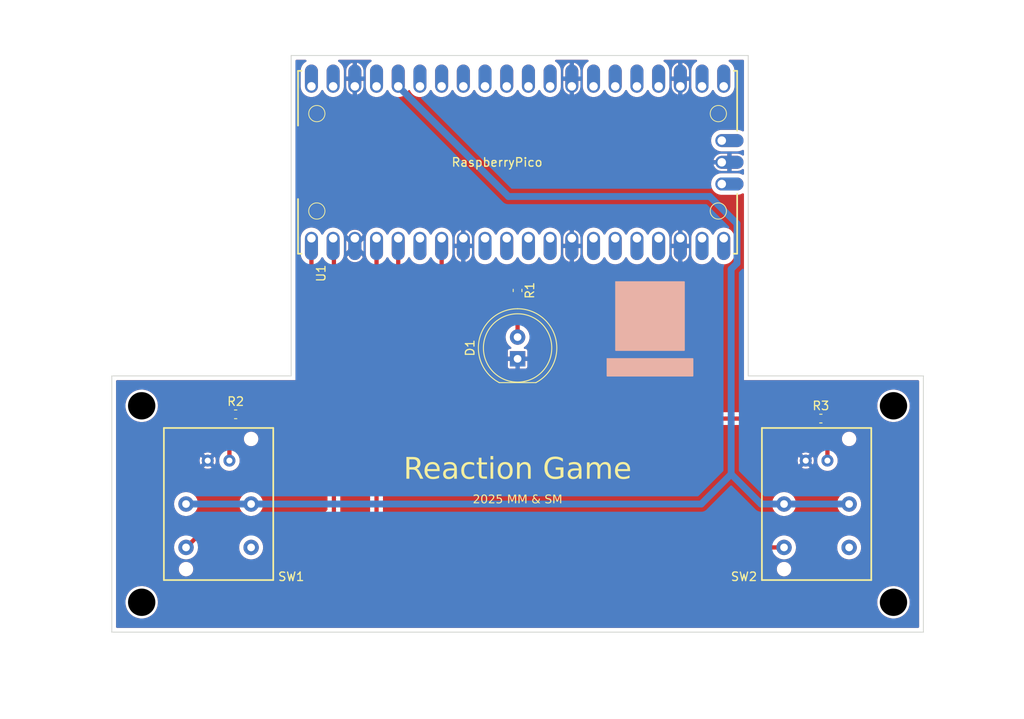
<source format=kicad_pcb>
(kicad_pcb (version 20221018) (generator pcbnew)
  (title_block (title "Reaction Game") (date "2025-01-05") (rev "v1") (company "Matej Mician, Sebastian Mician"))
  (layers (0 "F.Cu" signal) (31 "B.Cu" signal) (34 "B.Paste" user) (35 "F.Paste" user) (36 "B.SilkS" user "B.Silkscreen") (37 "F.SilkS" user "F.Silkscreen") (38 "B.Mask" user) (39 "F.Mask" user) (44 "Edge.Cuts" user))
  (net 0 "")
  (net 1 "GND")
  (net 2 "Net-(D1-A)")
  (net 3 "/Game_LED")
  (net 4 "/LED_1")
  (net 5 "Net-(SW1-A)")
  (net 6 "Net-(SW2-A)")
  (net 7 "/LED_2")
  (net 8 "+3V3")
  (net 10 "/Button_1")
  (net 12 "/Button_2")
  (footprint "MM_Various:SW_PUSH-SP86N-A1-5-01" (layer "F.Cu") (at 112.5 85)
    (fp_text reference "SW1" (at 8.5 8.5) (layer "F.SilkS"))
    (fp_text value "Player 1")
    (fp_line (start -6.4 -8.9) (end -6.4 8.9) (stroke (width 0.2)) (layer "F.SilkS"))
    (fp_line (start -6.4 -8.9) (end 6.4 -8.9) (stroke (width 0.2)) (layer "F.SilkS"))
    (fp_line (start -6.4 8.9) (end 6.4 8.9) (stroke (width 0.2)) (layer "F.SilkS"))
    (fp_line (start 6.4 8.9) (end 6.4 -8.9) (stroke (width 0.2)) (layer "F.SilkS"))
    (pad "" np_thru_hole circle locked (at -3.81 7.62) (size 1.1 1.1) (drill 1.1) (layers "F&B.Cu" "*.Mask"))
    (pad "" np_thru_hole circle locked (at 3.81 -7.62) (size 1.1 1.1) (drill 1.1) (layers "F&B.Cu" "*.Mask"))
    (pad "1" thru_hole circle locked (at -3.81 0) (size 1.8 1.8) (drill 0.9) (layers "*.Cu" "*.Mask") (net 8 "+3V3"))
    (pad "1" thru_hole circle locked (at 3.81 0) (size 1.8 1.8) (drill 0.9) (layers "*.Cu" "*.Mask") (net 8 "+3V3"))
    (pad "2" thru_hole circle locked (at 3.81 5.08) (size 1.8 1.8) (drill 0.9) (layers "*.Cu" "*.Mask"))
    (pad "3" thru_hole circle locked (at -3.81 5.08) (size 1.8 1.8) (drill 0.9) (layers "*.Cu" "*.Mask") (net 10 "/Button_1"))
    (pad "4" thru_hole circle locked (at -1.27 -5.08) (size 1.4 1.4) (drill 0.7) (layers "*.Cu" "*.Mask") (net 1 "GND"))
    (pad "5" thru_hole circle locked (at 1.27 -5.08) (size 1.4 1.4) (drill 0.7) (layers "*.Cu" "*.Mask") (net 5 "Net-(SW1-A)"))
  )
  (footprint "MM_Various:0603C-KICAD" (layer "F.Cu") (at 114.5 74.5 180)
    (fp_text reference "R2" (at 0 1.5) (layer "F.SilkS"))
    (fp_text value "330R")
    (fp_line (start -0.14058 -0.51) (end 0.14058 -0.51) (stroke (width 0.12)) (layer "F.SilkS"))
    (fp_line (start -0.14058 0.51) (end 0.14058 0.51) (stroke (width 0.12)) (layer "F.SilkS"))
    (pad "1" smd roundrect (at -0.775 0 180) (size 0.9 0.95) (layers "F.Cu" "F.Paste" "F.Mask") (net 4 "/LED_1"))
    (pad "2" smd roundrect (at 0.775 0 180) (size 0.9 0.95) (layers "F.Cu" "F.Paste" "F.Mask") (net 5 "Net-(SW1-A)"))
  )
  (footprint "MM_Various:MountingHole_3.2mm_M3_Pad_NPTH" (layer "F.Cu") (at 103.5 96.5)
    (fp_text reference "H3" hide)
    (fp_text value "MountingHole_NPTH")
    (pad "" np_thru_hole circle locked (at 0 0) (size 6.4 6.4) (drill 3.2) (layers "*.Mask"))
  )
  (footprint "MM_Various:0603C-KICAD" (layer "F.Cu") (at 183 75 180)
    (fp_text reference "R3" (at 0 1.5) (layer "F.SilkS"))
    (fp_text value "330R")
    (fp_line (start -0.14058 -0.51) (end 0.14058 -0.51) (stroke (width 0.12)) (layer "F.SilkS"))
    (fp_line (start -0.14058 0.51) (end 0.14058 0.51) (stroke (width 0.12)) (layer "F.SilkS"))
    (pad "1" smd roundrect (at -0.775 0 180) (size 0.9 0.95) (layers "F.Cu" "F.Paste" "F.Mask") (net 6 "Net-(SW2-A)"))
    (pad "2" smd roundrect (at 0.775 0 180) (size 0.9 0.95) (layers "F.Cu" "F.Paste" "F.Mask") (net 7 "/LED_2"))
  )
  (footprint "MM_Various:Raspberry_Pi_Pico_Rev3-THT_Offset" (layer "F.Cu") (at 147.5 45 90)
    (fp_text reference "U1" (at -13 -23 90) (layer "F.SilkS"))
    (fp_text value "RaspberryPico" (at 0 -2.4) (layer "F.SilkS"))
    (fp_line (start -10.7 -25.7) (end -10.7 -25.3) (stroke (width 0.2)) (layer "F.SilkS"))
    (fp_line (start -10.7 25.3) (end -10.7 25.7) (stroke (width 0.2)) (layer "F.SilkS"))
    (fp_line (start -10.7 25.7) (end -3.7 25.7) (stroke (width 0.2)) (layer "F.SilkS"))
    (fp_line (start -4.3 -25.7) (end -10.7 -25.7) (stroke (width 0.2)) (layer "F.SilkS"))
    (fp_line (start 3.7 25.7) (end 10.7 25.7) (stroke (width 0.2)) (layer "F.SilkS"))
    (fp_line (start 4.3 -25.7) (end 10.7 -25.7) (stroke (width 0.2)) (layer "F.SilkS"))
    (fp_line (start 10.7 -25.7) (end 10.7 -25.3) (stroke (width 0.2)) (layer "F.SilkS"))
    (fp_line (start 10.7 25.7) (end 10.7 25.3) (stroke (width 0.2)) (layer "F.SilkS"))
    (fp_circle (center -5.7 -23.5) (end -4.75 -23.5) (stroke (width 0.1)) (fill none) (layer "F.SilkS"))
    (fp_circle (center -5.7 23.5) (end -4.75 23.5) (stroke (width 0.1)) (fill none) (layer "F.SilkS"))
    (fp_circle (center 5.7 -23.5) (end 6.65 -23.5) (stroke (width 0.1)) (fill none) (layer "F.SilkS"))
    (fp_circle (center 5.7 23.5) (end 6.65 23.5) (stroke (width 0.1)) (fill none) (layer "F.SilkS"))
    (pad "1" thru_hole oval (at -8.89 -24.13 90) (size 3.3 1.524) (drill 1 (offset -0.9 0)) (layers "*.Cu" "*.Mask") (net 4 "/LED_1"))
    (pad "2" thru_hole oval (at -8.89 -21.59 90) (size 3.3 1.524) (drill 1 (offset -0.9 0)) (layers "*.Cu" "*.Mask") (net 10 "/Button_1"))
    (pad "3" thru_hole oval (at -8.89 -19.05 90) (size 3.3 1.524) (drill 1 (offset -0.9 0)) (layers "*.Cu" "*.Mask") (net 1 "GND"))
    (pad "4" thru_hole oval (at -8.89 -16.51 90) (size 3.3 1.524) (drill 1 (offset -0.9 0)) (layers "*.Cu" "*.Mask") (net 12 "/Button_2"))
    (pad "5" thru_hole oval (at -8.89 -13.97 90) (size 3.3 1.524) (drill 1 (offset -0.9 0)) (layers "*.Cu" "*.Mask") (net 7 "/LED_2"))
    (pad "6" thru_hole oval (at -8.89 -11.43 90) (size 3.3 1.524) (drill 1 (offset -0.9 0)) (layers "*.Cu" "*.Mask"))
    (pad "7" thru_hole oval (at -8.89 -8.89 90) (size 3.3 1.524) (drill 1 (offset -0.9 0)) (layers "*.Cu" "*.Mask") (net 3 "/Game_LED"))
    (pad "8" thru_hole oval (at -8.89 -6.35 90) (size 3.3 1.524) (drill 1 (offset -0.9 0)) (layers "*.Cu" "*.Mask") (net 1 "GND"))
    (pad "9" thru_hole oval (at -8.89 -3.81 90) (size 3.3 1.524) (drill 1 (offset -0.9 0)) (layers "*.Cu" "*.Mask"))
    (pad "10" thru_hole oval (at -8.89 -1.27 90) (size 3.3 1.524) (drill 1 (offset -0.9 0)) (layers "*.Cu" "*.Mask"))
    (pad "11" thru_hole oval (at -8.89 1.27 90) (size 3.3 1.524) (drill 1 (offset -0.9 0)) (layers "*.Cu" "*.Mask"))
    (pad "12" thru_hole oval (at -8.89 3.81 90) (size 3.3 1.524) (drill 1 (offset -0.9 0)) (layers "*.Cu" "*.Mask"))
    (pad "13" thru_hole oval (at -8.89 6.35 90) (size 3.3 1.524) (drill 1 (offset -0.9 0)) (layers "*.Cu" "*.Mask") (net 1 "GND"))
    (pad "14" thru_hole oval (at -8.89 8.89 90) (size 3.3 1.524) (drill 1 (offset -0.9 0)) (layers "*.Cu" "*.Mask"))
    (pad "15" thru_hole oval (at -8.89 11.43 90) (size 3.3 1.524) (drill 1 (offset -0.9 0)) (layers "*.Cu" "*.Mask"))
    (pad "16" thru_hole oval (at -8.89 13.97 90) (size 3.3 1.524) (drill 1 (offset -0.9 0)) (layers "*.Cu" "*.Mask"))
    (pad "17" thru_hole oval (at -8.89 16.51 90) (size 3.3 1.524) (drill 1 (offset -0.9 0)) (layers "*.Cu" "*.Mask"))
    (pad "18" thru_hole oval (at -8.89 19.05 90) (size 3.3 1.524) (drill 1 (offset -0.9 0)) (layers "*.Cu" "*.Mask") (net 1 "GND"))
    (pad "19" thru_hole oval (at -8.89 21.59 90) (size 3.3 1.524) (drill 1 (offset -0.9 0)) (layers "*.Cu" "*.Mask"))
    (pad "20" thru_hole oval (at -8.89 24.13 90) (size 3.3 1.524) (drill 1 (offset -0.9 0)) (layers "*.Cu" "*.Mask"))
    (pad "21" thru_hole oval (at 8.89 24.13 90) (size 3.3 1.524) (drill 1 (offset 0.9 0)) (layers "*.Cu" "*.Mask"))
    (pad "22" thru_hole oval (at 8.89 21.59 90) (size 3.3 1.524) (drill 1 (offset 0.9 0)) (layers "*.Cu" "*.Mask"))
    (pad "23" thru_hole oval (at 8.89 19.05 90) (size 3.3 1.524) (drill 1 (offset 0.9 0)) (layers "*.Cu" "*.Mask") (net 1 "GND"))
    (pad "24" thru_hole oval (at 8.89 16.51 90) (size 3.3 1.524) (drill 1 (offset 0.9 0)) (layers "*.Cu" "*.Mask"))
    (pad "25" thru_hole oval (at 8.89 13.97 90) (size 3.3 1.524) (drill 1 (offset 0.9 0)) (layers "*.Cu" "*.Mask"))
    (pad "26" thru_hole oval (at 8.89 11.43 90) (size 3.3 1.524) (drill 1 (offset 0.9 0)) (layers "*.Cu" "*.Mask"))
    (pad "27" thru_hole oval (at 8.89 8.89 90) (size 3.3 1.524) (drill 1 (offset 0.9 0)) (layers "*.Cu" "*.Mask"))
    (pad "28" thru_hole oval (at 8.89 6.35 90) (size 3.3 1.524) (drill 1 (offset 0.9 0)) (layers "*.Cu" "*.Mask") (net 1 "GND"))
    (pad "29" thru_hole oval (at 8.89 3.81 90) (size 3.3 1.524) (drill 1 (offset 0.9 0)) (layers "*.Cu" "*.Mask"))
    (pad "30" thru_hole oval (at 8.89 1.27 90) (size 3.3 1.524) (drill 1 (offset 0.9 0)) (layers "*.Cu" "*.Mask"))
    (pad "31" thru_hole oval (at 8.89 -1.27 90) (size 3.3 1.524) (drill 1 (offset 0.9 0)) (layers "*.Cu" "*.Mask"))
    (pad "32" thru_hole oval (at 8.89 -3.81 90) (size 3.3 1.524) (drill 1 (offset 0.9 0)) (layers "*.Cu" "*.Mask"))
    (pad "33" thru_hole oval (at 8.89 -6.35 90) (size 3.3 1.524) (drill 1 (offset 0.9 0)) (layers "*.Cu" "*.Mask"))
    (pad "34" thru_hole oval (at 8.89 -8.89 90) (size 3.3 1.524) (drill 1 (offset 0.9 0)) (layers "*.Cu" "*.Mask"))
    (pad "35" thru_hole oval (at 8.89 -11.43 90) (size 3.3 1.524) (drill 1 (offset 0.9 0)) (layers "*.Cu" "*.Mask"))
    (pad "36" thru_hole oval (at 8.89 -13.97 90) (size 3.3 1.524) (drill 1 (offset 0.9 0)) (layers "*.Cu" "*.Mask") (net 8 "+3V3"))
    (pad "37" thru_hole oval (at 8.89 -16.51 90) (size 3.3 1.524) (drill 1 (offset 0.9 0)) (layers "*.Cu" "*.Mask"))
    (pad "38" thru_hole oval (at 8.89 -19.05 90) (size 3.3 1.524) (drill 1 (offset 0.9 0)) (layers "*.Cu" "*.Mask") (net 1 "GND"))
    (pad "39" thru_hole oval (at 8.89 -21.59 90) (size 3.3 1.524) (drill 1 (offset 0.9 0)) (layers "*.Cu" "*.Mask"))
    (pad "40" thru_hole oval (at 8.89 -24.13 90) (size 3.3 1.524) (drill 1 (offset 0.9 0)) (layers "*.Cu" "*.Mask"))
    (pad "41" thru_hole oval (at -2.54 23.9) (size 3.3 1.524) (drill 1 (offset 0.9 0)) (layers "*.Cu" "*.Mask"))
    (pad "42" thru_hole oval (at 0 23.9) (size 3.3 1.524) (drill 1 (offset 0.9 0)) (layers "*.Cu" "*.Mask") (net 1 "GND"))
    (pad "43" thru_hole oval (at 2.54 23.9) (size 3.3 1.524) (drill 1 (offset 0.9 0)) (layers "*.Cu" "*.Mask"))
  )
  (footprint "MM_Various:0603C-KICAD" (layer "F.Cu") (at 147.5 60 -90)
    (fp_text reference "R1" (at 0 -1.43 90) (layer "F.SilkS"))
    (fp_text value "330R")
    (fp_line (start -0.14058 -0.51) (end 0.14058 -0.51) (stroke (width 0.12)) (layer "F.SilkS"))
    (fp_line (start -0.14058 0.51) (end 0.14058 0.51) (stroke (width 0.12)) (layer "F.SilkS"))
    (pad "1" smd roundrect (at -0.775 0 270) (size 0.9 0.95) (layers "F.Cu" "F.Paste" "F.Mask") (net 3 "/Game_LED"))
    (pad "2" smd roundrect (at 0.775 0 270) (size 0.9 0.95) (layers "F.Cu" "F.Paste" "F.Mask") (net 2 "Net-(D1-A)"))
  )
  (footprint "MM_Various:MountingHole_3.2mm_M3_Pad_NPTH" (layer "F.Cu") (at 103.5 73.5)
    (fp_text reference "H1" hide)
    (fp_text value "MountingHole_NPTH")
    (pad "" np_thru_hole circle locked (at 0 0) (size 6.4 6.4) (drill 3.2) (layers "*.Mask"))
  )
  (footprint "MM_Various:MountingHole_3.2mm_M3_Pad_NPTH" (layer "F.Cu") (at 191.5 96.5)
    (fp_text reference "H4" hide)
    (fp_text value "MountingHole_NPTH")
    (pad "" np_thru_hole circle locked (at 0 0) (size 6.4 6.4) (drill 3.2) (layers "*.Mask"))
  )
  (footprint "MM_Various:SW_PUSH-SP86N-A1-5-01" (layer "F.Cu") (at 182.5 85)
    (fp_text reference "SW2" (at -8.5 8.5) (layer "F.SilkS"))
    (fp_text value "Player 2")
    (fp_line (start -6.4 -8.9) (end -6.4 8.9) (stroke (width 0.2)) (layer "F.SilkS"))
    (fp_line (start -6.4 -8.9) (end 6.4 -8.9) (stroke (width 0.2)) (layer "F.SilkS"))
    (fp_line (start -6.4 8.9) (end 6.4 8.9) (stroke (width 0.2)) (layer "F.SilkS"))
    (fp_line (start 6.4 8.9) (end 6.4 -8.9) (stroke (width 0.2)) (layer "F.SilkS"))
    (pad "" np_thru_hole circle locked (at -3.81 7.62) (size 1.1 1.1) (drill 1.1) (layers "F&B.Cu" "*.Mask"))
    (pad "" np_thru_hole circle locked (at 3.81 -7.62) (size 1.1 1.1) (drill 1.1) (layers "F&B.Cu" "*.Mask"))
    (pad "1" thru_hole circle locked (at -3.81 0) (size 1.8 1.8) (drill 0.9) (layers "*.Cu" "*.Mask") (net 8 "+3V3"))
    (pad "1" thru_hole circle locked (at 3.81 0) (size 1.8 1.8) (drill 0.9) (layers "*.Cu" "*.Mask") (net 8 "+3V3"))
    (pad "2" thru_hole circle locked (at 3.81 5.08) (size 1.8 1.8) (drill 0.9) (layers "*.Cu" "*.Mask"))
    (pad "3" thru_hole circle locked (at -3.81 5.08) (size 1.8 1.8) (drill 0.9) (layers "*.Cu" "*.Mask") (net 12 "/Button_2"))
    (pad "4" thru_hole circle locked (at -1.27 -5.08) (size 1.4 1.4) (drill 0.7) (layers "*.Cu" "*.Mask") (net 1 "GND"))
    (pad "5" thru_hole circle locked (at 1.27 -5.08) (size 1.4 1.4) (drill 0.7) (layers "*.Cu" "*.Mask") (net 6 "Net-(SW2-A)"))
  )
  (footprint "MM_Various:MountingHole_3.2mm_M3_Pad_NPTH" (layer "F.Cu") (at 191.5 73.5)
    (fp_text reference "H2" hide)
    (fp_text value "MountingHole_NPTH")
    (pad "" np_thru_hole circle locked (at 0 0) (size 6.4 6.4) (drill 3.2) (layers "*.Mask"))
  )
  (footprint "LED_THT:LED_D8.0mm" (layer "F.Cu") (at 147.5 68 90)
    (fp_text reference "D1" (at 1.27 -5.56 90) (layer "F.SilkS"))
    (fp_text value "Game_LED")
    (fp_line (start -2.79 -2.142) (end -2.79 2.142) (stroke (width 0.12)) (layer "F.SilkS"))
    (fp_arc (start -2.79 -2.141145) (mid 2.373119 -4.455472) (end 5.86 0.000486) (stroke (width 0.12)) (layer "F.SilkS"))
    (fp_arc (start 5.86 -0.000486) (mid 2.373119 4.455472) (end -2.79 2.141145) (stroke (width 0.12)) (layer "F.SilkS"))
    (fp_circle (center 1.27 0) (end 5.27 0) (stroke (width 0.12)) (fill none) (layer "F.SilkS"))
    (pad "1" thru_hole rect locked (at 0 0 90) (size 1.8 1.8) (drill 0.9) (layers "*.Cu" "*.Mask") (net 1 "GND"))
    (pad "2" thru_hole circle locked (at 2.54 0 90) (size 1.8 1.8) (drill 0.9) (layers "*.Cu" "*.Mask") (net 2 "Net-(D1-A)"))
  )
  (gr_rect (start 159 59) (end 167 67) (stroke (width 0.15)) (fill solid) (layer "B.SilkS"))
  (gr_rect (start 158 68) (end 168 70) (stroke (width 0.15)) (fill solid) (layer "B.SilkS"))
  (gr_line (start 100 100) (end 100 70) (stroke (width 0.1)) (layer "Edge.Cuts"))
  (gr_line (start 100 70) (end 121 70) (stroke (width 0.1)) (layer "Edge.Cuts"))
  (gr_line (start 195 100) (end 195 70) (stroke (width 0.1)) (layer "Edge.Cuts"))
  (gr_line (start 174.5 70) (end 174.5 32.5) (stroke (width 0.1)) (layer "Edge.Cuts"))
  (gr_line (start 174.5 32.5) (end 121 32.5) (stroke (width 0.1)) (layer "Edge.Cuts"))
  (gr_line (start 121 70) (end 121 32.5) (stroke (width 0.1)) (layer "Edge.Cuts"))
  (gr_line (start 100 100) (end 195 100) (stroke (width 0.1)) (layer "Edge.Cuts"))
  (gr_line (start 195 70) (end 174.5 70) (stroke (width 0.1)) (layer "Edge.Cuts"))
  (gr_text "Reaction Game" (at 147.5 81) (layer "F.SilkS") (effects (font (size 2.5 2.5))))
  (gr_text "2025 MM & SM" (at 147.5 84.5) (layer "F.SilkS") (effects (font (size 1 1))))
  (segment (start 147.5 60.775) (end 147.5 65.46) (width 0.5) (layer "F.Cu") (net 2))
  (segment (start 138.61 57.11) (end 140.7 59.2) (width 0.5) (layer "F.Cu") (net 3))
  (segment (start 147.475 59.2) (end 147.5 59.225) (width 0.5) (layer "F.Cu") (net 3))
  (segment (start 138.61 53.89) (end 138.61 57.11) (width 0.5) (layer "F.Cu") (net 3))
  (segment (start 140.7 59.2) (end 147.475 59.2) (width 0.5) (layer "F.Cu") (net 3))
  (segment (start 115.275 74.5) (end 121.3 74.5) (width 0.5) (layer "F.Cu") (net 4))
  (segment (start 123.37 72.43) (end 123.37 53.89) (width 0.5) (layer "F.Cu") (net 4))
  (segment (start 121.3 74.5) (end 123.37 72.43) (width 0.5) (layer "F.Cu") (net 4))
  (segment (start 113.77 74.545) (end 113.725 74.5) (width 0.5) (layer "F.Cu") (net 5))
  (segment (start 113.77 79.92) (end 113.77 74.545) (width 0.5) (layer "F.Cu") (net 5))
  (segment (start 183.77 75.005) (end 183.775 75) (width 0.5) (layer "F.Cu") (net 6))
  (segment (start 183.77 79.92) (end 183.77 75.005) (width 0.5) (layer "F.Cu") (net 6))
  (segment (start 135.6 75) (end 133.53 72.93) (width 0.5) (layer "F.Cu") (net 7))
  (segment (start 133.53 72.93) (end 133.53 53.89) (width 0.5) (layer "F.Cu") (net 7))
  (segment (start 182.225 75) (end 135.6 75) (width 0.5) (layer "F.Cu") (net 7))
  (segment (start 172.5 57.5) (end 173.184586 56.815414) (width 0.8) (layer "B.Cu") (net 8))
  (segment (start 169 85) (end 172.5 81.5) (width 0.8) (layer "B.Cu") (net 8))
  (segment (start 146.42 49) (end 133.53 36.11) (width 0.8) (layer "B.Cu") (net 8))
  (segment (start 172.5 81.5) (end 176 85) (width 0.8) (layer "B.Cu") (net 8))
  (segment (start 172.5 81.5) (end 172.5 57.5) (width 0.8) (layer "B.Cu") (net 8))
  (segment (start 186.31 85) (end 178.69 85) (width 0.8) (layer "B.Cu") (net 8))
  (segment (start 173.184586 52.184586) (end 170 49) (width 0.8) (layer "B.Cu") (net 8))
  (segment (start 108.69 85) (end 169 85) (width 0.8) (layer "B.Cu") (net 8))
  (segment (start 170 49) (end 146.42 49) (width 0.8) (layer "B.Cu") (net 8))
  (segment (start 173.184586 56.815414) (end 173.184586 52.184586) (width 0.8) (layer "B.Cu") (net 8))
  (segment (start 176 85) (end 178.69 85) (width 0.8) (layer "B.Cu") (net 8))
  (segment (start 124.2 87.8) (end 111 87.8) (width 0.5) (layer "F.Cu") (net 10))
  (segment (start 125.91 53.89) (end 126 53.98) (width 0.5) (layer "F.Cu") (net 10))
  (segment (start 126 86) (end 124.2 87.8) (width 0.5) (layer "F.Cu") (net 10))
  (segment (start 108.72 90.08) (end 108.69 90.08) (width 0.5) (layer "F.Cu") (net 10))
  (segment (start 111 87.8) (end 108.72 90.08) (width 0.5) (layer "F.Cu") (net 10))
  (segment (start 126 53.98) (end 126 86) (width 0.5) (layer "F.Cu") (net 10))
  (segment (start 130.99 86.99) (end 130.99 53.89) (width 0.5) (layer "F.Cu") (net 12))
  (segment (start 178.69 90.08) (end 134.08 90.08) (width 0.5) (layer "F.Cu") (net 12))
  (segment (start 134.08 90.08) (end 130.99 86.99) (width 0.5) (layer "F.Cu") (net 12))
  (zone (net 1) (net_name "GND") (layer "F.Cu") (name "GND_TOP") (connect_pads (clearance 0.5)) (min_thickness 0.25) (fill yes (thermal_gap 0.25) (thermal_bridge_width 0.5))
    (polygon (pts (xy 100.5 99.5) (xy 100.5 70.5) (xy 121.5 70.5) (xy 121.5 33) (xy 174 33) (xy 174 70.5) (xy 194.5 70.5) (xy 194.5 99.5)))
  )
  (zone (net 1) (net_name "GND") (layer "B.Cu") (name "GND_BOT") (priority 1) (connect_pads (clearance 0.5)) (min_thickness 0.25) (fill yes (thermal_gap 0.25) (thermal_bridge_width 0.5))
    (polygon (pts (xy 100.5 99.5) (xy 100.5 70.5) (xy 121.5 70.5) (xy 121.5 33) (xy 174 33) (xy 174 70.5) (xy 194.5 70.5) (xy 194.5 99.5)))
  )
)
</source>
